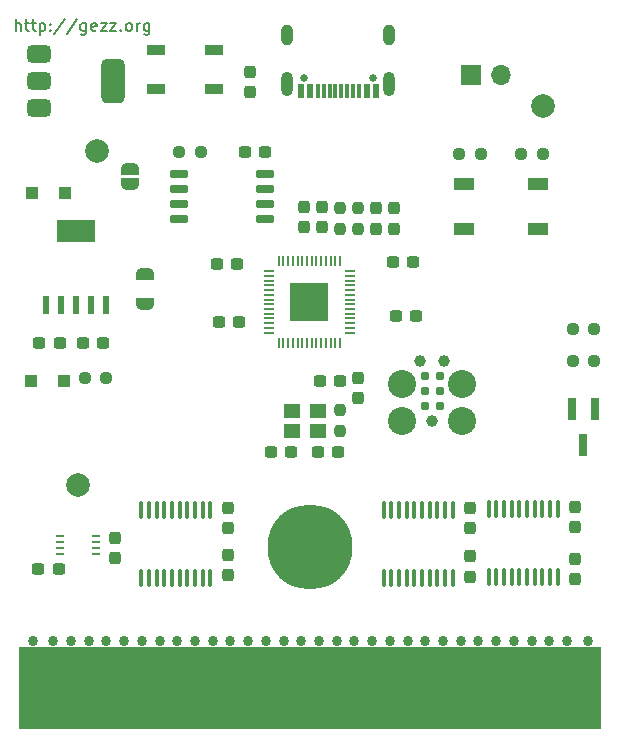
<source format=gts>
G04 #@! TF.GenerationSoftware,KiCad,Pcbnew,7.0.11*
G04 #@! TF.CreationDate,2024-02-24T15:31:06+03:00*
G04 #@! TF.ProjectId,GameboyCartridgeV1.1,47616d65-626f-4794-9361-727472696467,rev?*
G04 #@! TF.SameCoordinates,Original*
G04 #@! TF.FileFunction,Soldermask,Top*
G04 #@! TF.FilePolarity,Negative*
%FSLAX46Y46*%
G04 Gerber Fmt 4.6, Leading zero omitted, Abs format (unit mm)*
G04 Created by KiCad (PCBNEW 7.0.11) date 2024-02-24 15:31:06*
%MOMM*%
%LPD*%
G01*
G04 APERTURE LIST*
G04 Aperture macros list*
%AMRoundRect*
0 Rectangle with rounded corners*
0 $1 Rounding radius*
0 $2 $3 $4 $5 $6 $7 $8 $9 X,Y pos of 4 corners*
0 Add a 4 corners polygon primitive as box body*
4,1,4,$2,$3,$4,$5,$6,$7,$8,$9,$2,$3,0*
0 Add four circle primitives for the rounded corners*
1,1,$1+$1,$2,$3*
1,1,$1+$1,$4,$5*
1,1,$1+$1,$6,$7*
1,1,$1+$1,$8,$9*
0 Add four rect primitives between the rounded corners*
20,1,$1+$1,$2,$3,$4,$5,0*
20,1,$1+$1,$4,$5,$6,$7,0*
20,1,$1+$1,$6,$7,$8,$9,0*
20,1,$1+$1,$8,$9,$2,$3,0*%
%AMFreePoly0*
4,1,19,0.550000,-0.750000,0.000000,-0.750000,0.000000,-0.744911,-0.071157,-0.744911,-0.207708,-0.704816,-0.327430,-0.627875,-0.420627,-0.520320,-0.479746,-0.390866,-0.500000,-0.250000,-0.500000,0.250000,-0.479746,0.390866,-0.420627,0.520320,-0.327430,0.627875,-0.207708,0.704816,-0.071157,0.744911,0.000000,0.744911,0.000000,0.750000,0.550000,0.750000,0.550000,-0.750000,0.550000,-0.750000,
$1*%
%AMFreePoly1*
4,1,19,0.000000,0.744911,0.071157,0.744911,0.207708,0.704816,0.327430,0.627875,0.420627,0.520320,0.479746,0.390866,0.500000,0.250000,0.500000,-0.250000,0.479746,-0.390866,0.420627,-0.520320,0.327430,-0.627875,0.207708,-0.704816,0.071157,-0.744911,0.000000,-0.744911,0.000000,-0.750000,-0.550000,-0.750000,-0.550000,0.750000,0.000000,0.750000,0.000000,0.744911,0.000000,0.744911,
$1*%
%AMFreePoly2*
4,1,19,0.500000,-0.750000,0.000000,-0.750000,0.000000,-0.744911,-0.071157,-0.744911,-0.207708,-0.704816,-0.327430,-0.627875,-0.420627,-0.520320,-0.479746,-0.390866,-0.500000,-0.250000,-0.500000,0.250000,-0.479746,0.390866,-0.420627,0.520320,-0.327430,0.627875,-0.207708,0.704816,-0.071157,0.744911,0.000000,0.744911,0.000000,0.750000,0.500000,0.750000,0.500000,-0.750000,0.500000,-0.750000,
$1*%
%AMFreePoly3*
4,1,19,0.000000,0.744911,0.071157,0.744911,0.207708,0.704816,0.327430,0.627875,0.420627,0.520320,0.479746,0.390866,0.500000,0.250000,0.500000,-0.250000,0.479746,-0.390866,0.420627,-0.520320,0.327430,-0.627875,0.207708,-0.704816,0.071157,-0.744911,0.000000,-0.744911,0.000000,-0.750000,-0.500000,-0.750000,-0.500000,0.750000,0.000000,0.750000,0.000000,0.744911,0.000000,0.744911,
$1*%
G04 Aperture macros list end*
%ADD10C,0.150000*%
%ADD11C,0.650000*%
%ADD12R,0.600000X1.150000*%
%ADD13R,0.300000X1.150000*%
%ADD14O,1.000000X2.100000*%
%ADD15O,1.000000X1.800000*%
%ADD16RoundRect,0.237500X-0.300000X-0.237500X0.300000X-0.237500X0.300000X0.237500X-0.300000X0.237500X0*%
%ADD17FreePoly0,90.000000*%
%ADD18FreePoly1,90.000000*%
%ADD19RoundRect,0.237500X-0.237500X0.300000X-0.237500X-0.300000X0.237500X-0.300000X0.237500X0.300000X0*%
%ADD20RoundRect,0.237500X0.237500X-0.250000X0.237500X0.250000X-0.237500X0.250000X-0.237500X-0.250000X0*%
%ADD21RoundRect,0.237500X-0.237500X0.250000X-0.237500X-0.250000X0.237500X-0.250000X0.237500X0.250000X0*%
%ADD22RoundRect,0.375000X-0.625000X-0.375000X0.625000X-0.375000X0.625000X0.375000X-0.625000X0.375000X0*%
%ADD23RoundRect,0.500000X-0.500000X-1.400000X0.500000X-1.400000X0.500000X1.400000X-0.500000X1.400000X0*%
%ADD24RoundRect,0.237500X0.237500X-0.300000X0.237500X0.300000X-0.237500X0.300000X-0.237500X-0.300000X0*%
%ADD25C,0.860000*%
%ADD26RoundRect,0.237500X0.300000X0.237500X-0.300000X0.237500X-0.300000X-0.237500X0.300000X-0.237500X0*%
%ADD27R,1.700000X1.000000*%
%ADD28RoundRect,0.237500X0.250000X0.237500X-0.250000X0.237500X-0.250000X-0.237500X0.250000X-0.237500X0*%
%ADD29R,0.609600X1.625600*%
%ADD30R,3.175000X1.854200*%
%ADD31C,2.374900*%
%ADD32C,0.990600*%
%ADD33C,0.787400*%
%ADD34C,2.000000*%
%ADD35C,7.200000*%
%ADD36RoundRect,0.050000X-0.387500X-0.050000X0.387500X-0.050000X0.387500X0.050000X-0.387500X0.050000X0*%
%ADD37RoundRect,0.050000X-0.050000X-0.387500X0.050000X-0.387500X0.050000X0.387500X-0.050000X0.387500X0*%
%ADD38R,3.200000X3.200000*%
%ADD39R,1.700000X1.700000*%
%ADD40O,1.700000X1.700000*%
%ADD41R,1.400000X1.200000*%
%ADD42RoundRect,0.237500X-0.250000X-0.237500X0.250000X-0.237500X0.250000X0.237500X-0.250000X0.237500X0*%
%ADD43R,1.500000X0.900000*%
%ADD44RoundRect,0.100000X-0.100000X0.637500X-0.100000X-0.637500X0.100000X-0.637500X0.100000X0.637500X0*%
%ADD45FreePoly2,90.000000*%
%ADD46FreePoly3,90.000000*%
%ADD47RoundRect,0.150000X-0.650000X-0.150000X0.650000X-0.150000X0.650000X0.150000X-0.650000X0.150000X0*%
%ADD48RoundRect,0.250000X-0.300000X-0.300000X0.300000X-0.300000X0.300000X0.300000X-0.300000X0.300000X0*%
%ADD49R,0.800000X1.900000*%
%ADD50RoundRect,0.250000X0.300000X0.300000X-0.300000X0.300000X-0.300000X-0.300000X0.300000X-0.300000X0*%
%ADD51R,0.750000X0.250000*%
G04 APERTURE END LIST*
D10*
X86823779Y-57654819D02*
X86823779Y-56654819D01*
X87252350Y-57654819D02*
X87252350Y-57131009D01*
X87252350Y-57131009D02*
X87204731Y-57035771D01*
X87204731Y-57035771D02*
X87109493Y-56988152D01*
X87109493Y-56988152D02*
X86966636Y-56988152D01*
X86966636Y-56988152D02*
X86871398Y-57035771D01*
X86871398Y-57035771D02*
X86823779Y-57083390D01*
X87585684Y-56988152D02*
X87966636Y-56988152D01*
X87728541Y-56654819D02*
X87728541Y-57511961D01*
X87728541Y-57511961D02*
X87776160Y-57607200D01*
X87776160Y-57607200D02*
X87871398Y-57654819D01*
X87871398Y-57654819D02*
X87966636Y-57654819D01*
X88157113Y-56988152D02*
X88538065Y-56988152D01*
X88299970Y-56654819D02*
X88299970Y-57511961D01*
X88299970Y-57511961D02*
X88347589Y-57607200D01*
X88347589Y-57607200D02*
X88442827Y-57654819D01*
X88442827Y-57654819D02*
X88538065Y-57654819D01*
X88871399Y-56988152D02*
X88871399Y-57988152D01*
X88871399Y-57035771D02*
X88966637Y-56988152D01*
X88966637Y-56988152D02*
X89157113Y-56988152D01*
X89157113Y-56988152D02*
X89252351Y-57035771D01*
X89252351Y-57035771D02*
X89299970Y-57083390D01*
X89299970Y-57083390D02*
X89347589Y-57178628D01*
X89347589Y-57178628D02*
X89347589Y-57464342D01*
X89347589Y-57464342D02*
X89299970Y-57559580D01*
X89299970Y-57559580D02*
X89252351Y-57607200D01*
X89252351Y-57607200D02*
X89157113Y-57654819D01*
X89157113Y-57654819D02*
X88966637Y-57654819D01*
X88966637Y-57654819D02*
X88871399Y-57607200D01*
X89776161Y-57559580D02*
X89823780Y-57607200D01*
X89823780Y-57607200D02*
X89776161Y-57654819D01*
X89776161Y-57654819D02*
X89728542Y-57607200D01*
X89728542Y-57607200D02*
X89776161Y-57559580D01*
X89776161Y-57559580D02*
X89776161Y-57654819D01*
X89776161Y-57035771D02*
X89823780Y-57083390D01*
X89823780Y-57083390D02*
X89776161Y-57131009D01*
X89776161Y-57131009D02*
X89728542Y-57083390D01*
X89728542Y-57083390D02*
X89776161Y-57035771D01*
X89776161Y-57035771D02*
X89776161Y-57131009D01*
X90966636Y-56607200D02*
X90109494Y-57892914D01*
X92014255Y-56607200D02*
X91157113Y-57892914D01*
X92776160Y-56988152D02*
X92776160Y-57797676D01*
X92776160Y-57797676D02*
X92728541Y-57892914D01*
X92728541Y-57892914D02*
X92680922Y-57940533D01*
X92680922Y-57940533D02*
X92585684Y-57988152D01*
X92585684Y-57988152D02*
X92442827Y-57988152D01*
X92442827Y-57988152D02*
X92347589Y-57940533D01*
X92776160Y-57607200D02*
X92680922Y-57654819D01*
X92680922Y-57654819D02*
X92490446Y-57654819D01*
X92490446Y-57654819D02*
X92395208Y-57607200D01*
X92395208Y-57607200D02*
X92347589Y-57559580D01*
X92347589Y-57559580D02*
X92299970Y-57464342D01*
X92299970Y-57464342D02*
X92299970Y-57178628D01*
X92299970Y-57178628D02*
X92347589Y-57083390D01*
X92347589Y-57083390D02*
X92395208Y-57035771D01*
X92395208Y-57035771D02*
X92490446Y-56988152D01*
X92490446Y-56988152D02*
X92680922Y-56988152D01*
X92680922Y-56988152D02*
X92776160Y-57035771D01*
X93633303Y-57607200D02*
X93538065Y-57654819D01*
X93538065Y-57654819D02*
X93347589Y-57654819D01*
X93347589Y-57654819D02*
X93252351Y-57607200D01*
X93252351Y-57607200D02*
X93204732Y-57511961D01*
X93204732Y-57511961D02*
X93204732Y-57131009D01*
X93204732Y-57131009D02*
X93252351Y-57035771D01*
X93252351Y-57035771D02*
X93347589Y-56988152D01*
X93347589Y-56988152D02*
X93538065Y-56988152D01*
X93538065Y-56988152D02*
X93633303Y-57035771D01*
X93633303Y-57035771D02*
X93680922Y-57131009D01*
X93680922Y-57131009D02*
X93680922Y-57226247D01*
X93680922Y-57226247D02*
X93204732Y-57321485D01*
X94014256Y-56988152D02*
X94538065Y-56988152D01*
X94538065Y-56988152D02*
X94014256Y-57654819D01*
X94014256Y-57654819D02*
X94538065Y-57654819D01*
X94823780Y-56988152D02*
X95347589Y-56988152D01*
X95347589Y-56988152D02*
X94823780Y-57654819D01*
X94823780Y-57654819D02*
X95347589Y-57654819D01*
X95728542Y-57559580D02*
X95776161Y-57607200D01*
X95776161Y-57607200D02*
X95728542Y-57654819D01*
X95728542Y-57654819D02*
X95680923Y-57607200D01*
X95680923Y-57607200D02*
X95728542Y-57559580D01*
X95728542Y-57559580D02*
X95728542Y-57654819D01*
X96347589Y-57654819D02*
X96252351Y-57607200D01*
X96252351Y-57607200D02*
X96204732Y-57559580D01*
X96204732Y-57559580D02*
X96157113Y-57464342D01*
X96157113Y-57464342D02*
X96157113Y-57178628D01*
X96157113Y-57178628D02*
X96204732Y-57083390D01*
X96204732Y-57083390D02*
X96252351Y-57035771D01*
X96252351Y-57035771D02*
X96347589Y-56988152D01*
X96347589Y-56988152D02*
X96490446Y-56988152D01*
X96490446Y-56988152D02*
X96585684Y-57035771D01*
X96585684Y-57035771D02*
X96633303Y-57083390D01*
X96633303Y-57083390D02*
X96680922Y-57178628D01*
X96680922Y-57178628D02*
X96680922Y-57464342D01*
X96680922Y-57464342D02*
X96633303Y-57559580D01*
X96633303Y-57559580D02*
X96585684Y-57607200D01*
X96585684Y-57607200D02*
X96490446Y-57654819D01*
X96490446Y-57654819D02*
X96347589Y-57654819D01*
X97109494Y-57654819D02*
X97109494Y-56988152D01*
X97109494Y-57178628D02*
X97157113Y-57083390D01*
X97157113Y-57083390D02*
X97204732Y-57035771D01*
X97204732Y-57035771D02*
X97299970Y-56988152D01*
X97299970Y-56988152D02*
X97395208Y-56988152D01*
X98157113Y-56988152D02*
X98157113Y-57797676D01*
X98157113Y-57797676D02*
X98109494Y-57892914D01*
X98109494Y-57892914D02*
X98061875Y-57940533D01*
X98061875Y-57940533D02*
X97966637Y-57988152D01*
X97966637Y-57988152D02*
X97823780Y-57988152D01*
X97823780Y-57988152D02*
X97728542Y-57940533D01*
X98157113Y-57607200D02*
X98061875Y-57654819D01*
X98061875Y-57654819D02*
X97871399Y-57654819D01*
X97871399Y-57654819D02*
X97776161Y-57607200D01*
X97776161Y-57607200D02*
X97728542Y-57559580D01*
X97728542Y-57559580D02*
X97680923Y-57464342D01*
X97680923Y-57464342D02*
X97680923Y-57178628D01*
X97680923Y-57178628D02*
X97728542Y-57083390D01*
X97728542Y-57083390D02*
X97776161Y-57035771D01*
X97776161Y-57035771D02*
X97871399Y-56988152D01*
X97871399Y-56988152D02*
X98061875Y-56988152D01*
X98061875Y-56988152D02*
X98157113Y-57035771D01*
G04 #@! TO.C,U3*
G36*
X136416962Y-116783715D02*
G01*
X87116962Y-116783715D01*
X87116962Y-109783715D01*
X136416962Y-109783715D01*
X136416962Y-116783715D01*
G37*
G04 #@! TD*
D11*
G04 #@! TO.C,J1*
X117050000Y-61665000D03*
X111270000Y-61665000D03*
D12*
X117360000Y-62740000D03*
X116560000Y-62740000D03*
D13*
X115410000Y-62740000D03*
X114410000Y-62740000D03*
X113910000Y-62740000D03*
X112910000Y-62740000D03*
D12*
X111760000Y-62740000D03*
X110960000Y-62740000D03*
X110960000Y-62740000D03*
X111760000Y-62740000D03*
D13*
X112410000Y-62740000D03*
X113410000Y-62740000D03*
X114910000Y-62740000D03*
X115910000Y-62740000D03*
D12*
X116560000Y-62740000D03*
X117360000Y-62740000D03*
D14*
X118480000Y-62165000D03*
D15*
X118480000Y-57985000D03*
D14*
X109840000Y-62165000D03*
D15*
X109840000Y-57985000D03*
G04 #@! TD*
D16*
G04 #@! TO.C,C8*
X104014100Y-82270600D03*
X105739100Y-82270600D03*
G04 #@! TD*
D17*
G04 #@! TO.C,JP2*
X97790000Y-80802000D03*
D18*
X97790000Y-78202000D03*
G04 #@! TD*
D19*
G04 #@! TO.C,C18*
X134200000Y-97937500D03*
X134200000Y-99662500D03*
G04 #@! TD*
D20*
G04 #@! TO.C,R3*
X115824000Y-74445500D03*
X115824000Y-72620500D03*
G04 #@! TD*
D21*
G04 #@! TO.C,R4*
X114300000Y-89737500D03*
X114300000Y-91562500D03*
G04 #@! TD*
D22*
G04 #@! TO.C,U9*
X88798000Y-59574000D03*
X88798000Y-61874000D03*
D23*
X95098000Y-61874000D03*
D22*
X88798000Y-64174000D03*
G04 #@! TD*
D19*
G04 #@! TO.C,C12*
X111252000Y-72543500D03*
X111252000Y-74268500D03*
G04 #@! TD*
G04 #@! TO.C,C2*
X112776000Y-72543500D03*
X112776000Y-74268500D03*
G04 #@! TD*
D24*
G04 #@! TO.C,C13*
X115824000Y-88746500D03*
X115824000Y-87021500D03*
G04 #@! TD*
D25*
G04 #@! TO.C,U3*
X88266962Y-109283715D03*
X90016962Y-109283715D03*
X91516962Y-109283715D03*
X93016962Y-109283715D03*
X94516962Y-109283715D03*
X96016962Y-109283715D03*
X97516962Y-109283715D03*
X99016962Y-109283715D03*
X100516962Y-109283715D03*
X102016962Y-109283715D03*
X103516962Y-109283715D03*
X105016962Y-109283715D03*
X106516962Y-109283715D03*
X108016962Y-109283715D03*
X109516962Y-109283715D03*
X111016962Y-109283715D03*
X112516962Y-109283715D03*
X114016962Y-109283715D03*
X115516962Y-109283715D03*
X117016962Y-109283715D03*
X118516962Y-109283715D03*
X120016962Y-109283715D03*
X121516962Y-109283715D03*
X123016962Y-109283715D03*
X124516962Y-109283715D03*
X126016962Y-109283715D03*
X127516962Y-109283715D03*
X129016962Y-109283715D03*
X130516962Y-109283715D03*
X132016962Y-109283715D03*
X133516962Y-109283715D03*
X135266962Y-109283715D03*
G04 #@! TD*
D26*
G04 #@! TO.C,C5*
X120750500Y-81788000D03*
X119025500Y-81788000D03*
G04 #@! TD*
D27*
G04 #@! TO.C,SW1*
X124760000Y-70650000D03*
X131060000Y-70650000D03*
X124760000Y-74450000D03*
X131060000Y-74450000D03*
G04 #@! TD*
D28*
G04 #@! TO.C,R9*
X135812500Y-85600000D03*
X133987500Y-85600000D03*
G04 #@! TD*
D29*
G04 #@! TO.C,U4*
X89360000Y-80873800D03*
X90630000Y-80873800D03*
X91900000Y-80873800D03*
X93170000Y-80873800D03*
X94440000Y-80873800D03*
D30*
X91900000Y-74600000D03*
G04 #@! TD*
D16*
G04 #@! TO.C,C3*
X108437500Y-93300000D03*
X110162500Y-93300000D03*
G04 #@! TD*
D19*
G04 #@! TO.C,C21*
X104800000Y-98037500D03*
X104800000Y-99762500D03*
G04 #@! TD*
D31*
G04 #@! TO.C,J3*
X119560000Y-90690000D03*
D32*
X122100000Y-90690000D03*
D31*
X124640000Y-90690000D03*
X119560000Y-87515000D03*
X124640000Y-87515000D03*
D32*
X121084000Y-85610000D03*
X123116000Y-85610000D03*
D33*
X122735000Y-89420000D03*
X121465000Y-89420000D03*
X122735000Y-88150000D03*
X121465000Y-88150000D03*
X122735000Y-86880000D03*
X121465000Y-86880000D03*
G04 #@! TD*
D34*
G04 #@! TO.C,FID2*
X92100000Y-96100000D03*
G04 #@! TD*
D16*
G04 #@! TO.C,C4*
X112387500Y-93300000D03*
X114112500Y-93300000D03*
G04 #@! TD*
D24*
G04 #@! TO.C,C20*
X134200000Y-104062500D03*
X134200000Y-102337500D03*
G04 #@! TD*
G04 #@! TO.C,C17*
X95200000Y-102312500D03*
X95200000Y-100587500D03*
G04 #@! TD*
G04 #@! TO.C,C23*
X104800000Y-103762500D03*
X104800000Y-102037500D03*
G04 #@! TD*
D35*
G04 #@! TO.C,*
X111770000Y-101359673D03*
G04 #@! TD*
D36*
G04 #@! TO.C,U2*
X108262500Y-78000000D03*
X108262500Y-78400000D03*
X108262500Y-78800000D03*
X108262500Y-79200000D03*
X108262500Y-79600000D03*
X108262500Y-80000000D03*
X108262500Y-80400000D03*
X108262500Y-80800000D03*
X108262500Y-81200000D03*
X108262500Y-81600000D03*
X108262500Y-82000000D03*
X108262500Y-82400000D03*
X108262500Y-82800000D03*
X108262500Y-83200000D03*
D37*
X109100000Y-84037500D03*
X109500000Y-84037500D03*
X109900000Y-84037500D03*
X110300000Y-84037500D03*
X110700000Y-84037500D03*
X111100000Y-84037500D03*
X111500000Y-84037500D03*
X111900000Y-84037500D03*
X112300000Y-84037500D03*
X112700000Y-84037500D03*
X113100000Y-84037500D03*
X113500000Y-84037500D03*
X113900000Y-84037500D03*
X114300000Y-84037500D03*
D36*
X115137500Y-83200000D03*
X115137500Y-82800000D03*
X115137500Y-82400000D03*
X115137500Y-82000000D03*
X115137500Y-81600000D03*
X115137500Y-81200000D03*
X115137500Y-80800000D03*
X115137500Y-80400000D03*
X115137500Y-80000000D03*
X115137500Y-79600000D03*
X115137500Y-79200000D03*
X115137500Y-78800000D03*
X115137500Y-78400000D03*
X115137500Y-78000000D03*
D37*
X114300000Y-77162500D03*
X113900000Y-77162500D03*
X113500000Y-77162500D03*
X113100000Y-77162500D03*
X112700000Y-77162500D03*
X112300000Y-77162500D03*
X111900000Y-77162500D03*
X111500000Y-77162500D03*
X111100000Y-77162500D03*
X110700000Y-77162500D03*
X110300000Y-77162500D03*
X109900000Y-77162500D03*
X109500000Y-77162500D03*
X109100000Y-77162500D03*
D38*
X111700000Y-80600000D03*
G04 #@! TD*
D16*
G04 #@! TO.C,C6*
X103887100Y-77393800D03*
X105612100Y-77393800D03*
G04 #@! TD*
D34*
G04 #@! TO.C,FID1*
X93726000Y-67818000D03*
G04 #@! TD*
D39*
G04 #@! TO.C,J2*
X125345000Y-61375000D03*
D40*
X127885000Y-61375000D03*
G04 #@! TD*
D41*
G04 #@! TO.C,Y1*
X112400000Y-89800000D03*
X110200000Y-89800000D03*
X110200000Y-91500000D03*
X112400000Y-91500000D03*
G04 #@! TD*
D26*
G04 #@! TO.C,C19*
X90462500Y-103200000D03*
X88737500Y-103200000D03*
G04 #@! TD*
G04 #@! TO.C,C9*
X114298900Y-87325200D03*
X112573900Y-87325200D03*
G04 #@! TD*
D28*
G04 #@! TO.C,R8*
X135812500Y-82900000D03*
X133987500Y-82900000D03*
G04 #@! TD*
D42*
G04 #@! TO.C,R5*
X124387500Y-68100000D03*
X126212500Y-68100000D03*
G04 #@! TD*
D43*
G04 #@! TO.C,D1*
X103650000Y-62550000D03*
X103650000Y-59250000D03*
X98750000Y-59250000D03*
X98750000Y-62550000D03*
G04 #@! TD*
D24*
G04 #@! TO.C,C24*
X125300000Y-103862500D03*
X125300000Y-102137500D03*
G04 #@! TD*
D26*
G04 #@! TO.C,C10*
X120496500Y-77216000D03*
X118771500Y-77216000D03*
G04 #@! TD*
D44*
G04 #@! TO.C,U8*
X123825000Y-98237500D03*
X123175000Y-98237500D03*
X122525000Y-98237500D03*
X121875000Y-98237500D03*
X121225000Y-98237500D03*
X120575000Y-98237500D03*
X119925000Y-98237500D03*
X119275000Y-98237500D03*
X118625000Y-98237500D03*
X117975000Y-98237500D03*
X117975000Y-103962500D03*
X118625000Y-103962500D03*
X119275000Y-103962500D03*
X119925000Y-103962500D03*
X120575000Y-103962500D03*
X121225000Y-103962500D03*
X121875000Y-103962500D03*
X122525000Y-103962500D03*
X123175000Y-103962500D03*
X123825000Y-103962500D03*
G04 #@! TD*
D45*
G04 #@! TO.C,JP1*
X96500000Y-70650000D03*
D46*
X96500000Y-69350000D03*
G04 #@! TD*
D28*
G04 #@! TO.C,R7*
X94512500Y-87000000D03*
X92687500Y-87000000D03*
G04 #@! TD*
D19*
G04 #@! TO.C,C14*
X106700000Y-61137500D03*
X106700000Y-62862500D03*
G04 #@! TD*
D20*
G04 #@! TO.C,R2*
X114300000Y-74445500D03*
X114300000Y-72620500D03*
G04 #@! TD*
D16*
G04 #@! TO.C,C1*
X106237500Y-67900000D03*
X107962500Y-67900000D03*
G04 #@! TD*
D34*
G04 #@! TO.C,FID3*
X131500000Y-64000000D03*
G04 #@! TD*
D16*
G04 #@! TO.C,C16*
X92537500Y-84100000D03*
X94262500Y-84100000D03*
G04 #@! TD*
D19*
G04 #@! TO.C,C22*
X125300000Y-98037500D03*
X125300000Y-99762500D03*
G04 #@! TD*
D47*
G04 #@! TO.C,U1*
X100700000Y-69795000D03*
X100700000Y-71065000D03*
X100700000Y-72335000D03*
X100700000Y-73605000D03*
X107900000Y-73605000D03*
X107900000Y-72335000D03*
X107900000Y-71065000D03*
X107900000Y-69795000D03*
G04 #@! TD*
D42*
G04 #@! TO.C,R6*
X129627500Y-68100000D03*
X131452500Y-68100000D03*
G04 #@! TD*
D44*
G04 #@! TO.C,U7*
X103325000Y-98237500D03*
X102675000Y-98237500D03*
X102025000Y-98237500D03*
X101375000Y-98237500D03*
X100725000Y-98237500D03*
X100075000Y-98237500D03*
X99425000Y-98237500D03*
X98775000Y-98237500D03*
X98125000Y-98237500D03*
X97475000Y-98237500D03*
X97475000Y-103962500D03*
X98125000Y-103962500D03*
X98775000Y-103962500D03*
X99425000Y-103962500D03*
X100075000Y-103962500D03*
X100725000Y-103962500D03*
X101375000Y-103962500D03*
X102025000Y-103962500D03*
X102675000Y-103962500D03*
X103325000Y-103962500D03*
G04 #@! TD*
G04 #@! TO.C,U6*
X132725000Y-98137500D03*
X132075000Y-98137500D03*
X131425000Y-98137500D03*
X130775000Y-98137500D03*
X130125000Y-98137500D03*
X129475000Y-98137500D03*
X128825000Y-98137500D03*
X128175000Y-98137500D03*
X127525000Y-98137500D03*
X126875000Y-98137500D03*
X126875000Y-103862500D03*
X127525000Y-103862500D03*
X128175000Y-103862500D03*
X128825000Y-103862500D03*
X129475000Y-103862500D03*
X130125000Y-103862500D03*
X130775000Y-103862500D03*
X131425000Y-103862500D03*
X132075000Y-103862500D03*
X132725000Y-103862500D03*
G04 #@! TD*
D48*
G04 #@! TO.C,D3*
X88200000Y-71400000D03*
X91000000Y-71400000D03*
G04 #@! TD*
D16*
G04 #@! TO.C,C15*
X88837500Y-84100000D03*
X90562500Y-84100000D03*
G04 #@! TD*
D49*
G04 #@! TO.C,Q1*
X135850000Y-89700000D03*
X133950000Y-89700000D03*
X134900000Y-92700000D03*
G04 #@! TD*
D50*
G04 #@! TO.C,D2*
X90900000Y-87300000D03*
X88100000Y-87300000D03*
G04 #@! TD*
D42*
G04 #@! TO.C,R1*
X100687500Y-67900000D03*
X102512500Y-67900000D03*
G04 #@! TD*
D51*
G04 #@! TO.C,U5*
X93650000Y-101900000D03*
X93650000Y-101400000D03*
X93650000Y-100900000D03*
X93650000Y-100400000D03*
X90550000Y-100400000D03*
X90550000Y-100900000D03*
X90550000Y-101400000D03*
X90550000Y-101900000D03*
G04 #@! TD*
D19*
G04 #@! TO.C,C11*
X118872000Y-72670500D03*
X118872000Y-74395500D03*
G04 #@! TD*
G04 #@! TO.C,C7*
X117348000Y-72670500D03*
X117348000Y-74395500D03*
G04 #@! TD*
M02*

</source>
